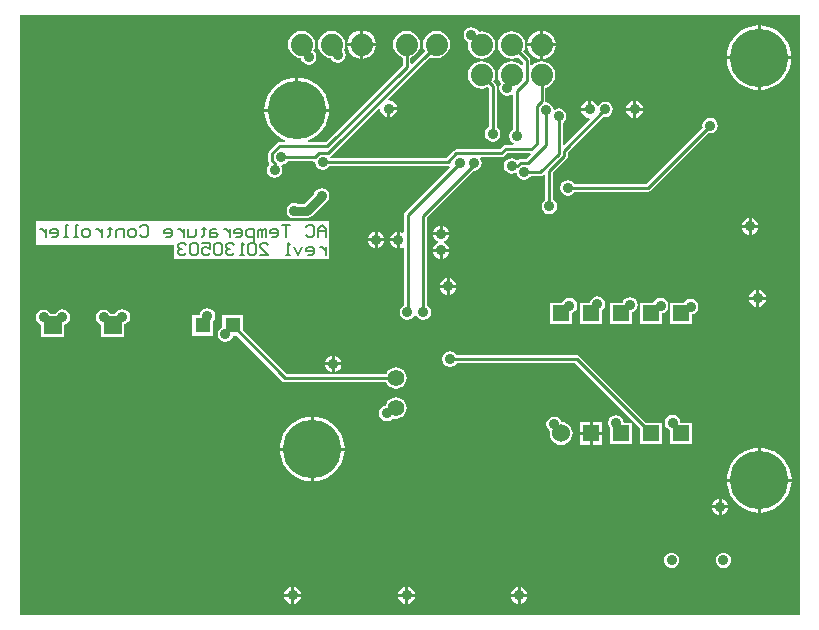
<source format=gbl>
%FSLAX25Y25*%
%MOIN*%
G70*
G01*
G75*
G04 Layer_Physical_Order=2*
G04 Layer_Color=16711680*
%ADD10R,0.04724X0.13780*%
G04:AMPARAMS|DCode=11|XSize=17.72mil|YSize=39.37mil|CornerRadius=4.43mil|HoleSize=0mil|Usage=FLASHONLY|Rotation=180.000|XOffset=0mil|YOffset=0mil|HoleType=Round|Shape=RoundedRectangle|*
%AMROUNDEDRECTD11*
21,1,0.01772,0.03051,0,0,180.0*
21,1,0.00886,0.03937,0,0,180.0*
1,1,0.00886,-0.00443,0.01526*
1,1,0.00886,0.00443,0.01526*
1,1,0.00886,0.00443,-0.01526*
1,1,0.00886,-0.00443,-0.01526*
%
%ADD11ROUNDEDRECTD11*%
%ADD12R,0.01772X0.03937*%
%ADD13R,0.03937X0.01772*%
%ADD14R,0.01969X0.09055*%
%ADD15R,0.05118X0.06102*%
%ADD16R,0.02756X0.02362*%
%ADD17R,0.02165X0.05906*%
%ADD18R,0.02362X0.02756*%
%ADD19R,0.03937X0.04331*%
%ADD20R,0.02362X0.01969*%
%ADD21R,0.02756X0.03543*%
%ADD22R,0.04331X0.03937*%
%ADD23R,0.03543X0.02756*%
%ADD24R,0.01969X0.02362*%
%ADD25R,0.25000X0.50000*%
%ADD26C,0.01000*%
%ADD27C,0.10000*%
%ADD28R,0.07874X0.09843*%
%ADD29C,0.07400*%
%ADD30C,0.05512*%
%ADD31R,0.05500X0.05500*%
%ADD32C,0.06000*%
%ADD33R,0.05118X0.05118*%
%ADD34R,0.05906X0.05906*%
%ADD35C,0.03500*%
%ADD36C,0.19500*%
%ADD37C,0.03543*%
%ADD38C,0.03000*%
%ADD39C,0.00500*%
G36*
X260000Y0D02*
X0D01*
Y200000D01*
X260000D01*
Y0D01*
D02*
G37*
%LPC*%
G36*
X194250Y64250D02*
X191000D01*
Y61000D01*
X194250D01*
Y64250D01*
D02*
G37*
G36*
X190000D02*
X186750D01*
Y61000D01*
X190000D01*
Y64250D01*
D02*
G37*
G36*
X217700Y66700D02*
X216705Y66502D01*
X215862Y65939D01*
X215298Y65095D01*
X215100Y64100D01*
X215298Y63105D01*
X215862Y62261D01*
X216705Y61698D01*
X216950Y61649D01*
Y56950D01*
X224050D01*
Y64050D01*
X220341D01*
X220300Y64100D01*
X220102Y65095D01*
X219538Y65939D01*
X218695Y66502D01*
X217700Y66700D01*
D02*
G37*
G36*
X104100Y83200D02*
X101892D01*
X101921Y82982D01*
X102198Y82313D01*
X102639Y81739D01*
X103213Y81298D01*
X103882Y81021D01*
X104100Y80992D01*
Y83200D01*
D02*
G37*
G36*
X74359Y99859D02*
X67641D01*
Y96009D01*
X67605Y96002D01*
X66761Y95438D01*
X66198Y94595D01*
X66000Y93600D01*
X66198Y92605D01*
X66761Y91761D01*
X67605Y91198D01*
X68600Y91000D01*
X69595Y91198D01*
X70438Y91761D01*
X71002Y92605D01*
X71109Y93141D01*
X72485D01*
X87563Y78063D01*
X87993Y77775D01*
X88500Y77675D01*
X122200D01*
X122394Y77207D01*
X122964Y76464D01*
X123707Y75894D01*
X124572Y75536D01*
X125500Y75413D01*
X126428Y75536D01*
X127293Y75894D01*
X128036Y76464D01*
X128606Y77207D01*
X128964Y78072D01*
X129087Y79000D01*
X128964Y79928D01*
X128606Y80793D01*
X128036Y81536D01*
X127293Y82106D01*
X126428Y82464D01*
X125500Y82587D01*
X124572Y82464D01*
X123707Y82106D01*
X122964Y81536D01*
X122394Y80793D01*
X122200Y80326D01*
X89049D01*
X74359Y95015D01*
Y99859D01*
D02*
G37*
G36*
X125500Y72587D02*
X124572Y72464D01*
X123707Y72106D01*
X122964Y71536D01*
X122394Y70793D01*
X122036Y69928D01*
X122010Y69730D01*
X121399Y69609D01*
X120555Y69045D01*
X119992Y68202D01*
X119794Y67207D01*
X119992Y66212D01*
X120555Y65368D01*
X121399Y64805D01*
X122394Y64607D01*
X123389Y64805D01*
X124232Y65368D01*
X124393Y65609D01*
X124572Y65536D01*
X125500Y65413D01*
X126428Y65536D01*
X127293Y65894D01*
X128036Y66464D01*
X128606Y67207D01*
X128964Y68072D01*
X129087Y69000D01*
X128964Y69928D01*
X128606Y70793D01*
X128036Y71536D01*
X127293Y72106D01*
X126428Y72464D01*
X125500Y72587D01*
D02*
G37*
G36*
X190000Y60000D02*
X186750D01*
Y56750D01*
X190000D01*
Y60000D01*
D02*
G37*
G36*
X178192Y66119D02*
X177198Y65921D01*
X176354Y65358D01*
X175790Y64514D01*
X175593Y63519D01*
X175790Y62524D01*
X176354Y61681D01*
X176785Y61393D01*
X176667Y60500D01*
X176798Y59508D01*
X177181Y58584D01*
X177790Y57790D01*
X178584Y57181D01*
X179508Y56798D01*
X180500Y56667D01*
X181492Y56798D01*
X182416Y57181D01*
X183210Y57790D01*
X183819Y58584D01*
X184202Y59508D01*
X184333Y60500D01*
X184202Y61492D01*
X183819Y62416D01*
X183210Y63210D01*
X182416Y63819D01*
X181492Y64202D01*
X180634Y64315D01*
X180595Y64514D01*
X180031Y65358D01*
X179187Y65921D01*
X178192Y66119D01*
D02*
G37*
G36*
X98100Y66044D02*
Y55800D01*
X108344D01*
X108250Y56987D01*
X107855Y58632D01*
X107208Y60195D01*
X106324Y61638D01*
X105225Y62925D01*
X103938Y64024D01*
X102496Y64908D01*
X100932Y65556D01*
X99287Y65951D01*
X98100Y66044D01*
D02*
G37*
G36*
X143500Y87900D02*
X142505Y87702D01*
X141662Y87138D01*
X141098Y86295D01*
X140900Y85300D01*
X141098Y84305D01*
X141662Y83461D01*
X142505Y82898D01*
X143500Y82700D01*
X144495Y82898D01*
X145338Y83461D01*
X145681Y83974D01*
X185151D01*
X206950Y62176D01*
Y56950D01*
X214050D01*
Y64050D01*
X208824D01*
X186637Y86237D01*
X186207Y86525D01*
X185700Y86625D01*
X145681D01*
X145338Y87138D01*
X144495Y87702D01*
X143500Y87900D01*
D02*
G37*
G36*
X198825Y66650D02*
X197829Y66452D01*
X196986Y65889D01*
X196423Y65045D01*
X196224Y64050D01*
X196423Y63055D01*
X196950Y62265D01*
Y56950D01*
X204050D01*
Y64050D01*
X201425D01*
X201226Y65045D01*
X200663Y65889D01*
X199820Y66452D01*
X198825Y66650D01*
D02*
G37*
G36*
X194250Y60000D02*
X191000D01*
Y56750D01*
X194250D01*
Y60000D01*
D02*
G37*
G36*
X223700Y105400D02*
X222705Y105202D01*
X221862Y104638D01*
X221468Y104050D01*
X216950D01*
Y96950D01*
X224050D01*
Y100270D01*
X224695Y100398D01*
X225538Y100961D01*
X226102Y101805D01*
X226300Y102800D01*
X226102Y103795D01*
X225538Y104638D01*
X224695Y105202D01*
X223700Y105400D01*
D02*
G37*
G36*
X213700Y105700D02*
X212705Y105502D01*
X211861Y104938D01*
X211298Y104095D01*
X211289Y104050D01*
X206950D01*
Y96950D01*
X214050D01*
Y100570D01*
X214695Y100698D01*
X215539Y101261D01*
X216102Y102105D01*
X216300Y103100D01*
X216102Y104095D01*
X215539Y104938D01*
X214695Y105502D01*
X213700Y105700D01*
D02*
G37*
G36*
X203500Y106000D02*
X202505Y105802D01*
X201662Y105238D01*
X201098Y104395D01*
X201029Y104050D01*
X196950D01*
Y96950D01*
X204050D01*
Y100909D01*
X204495Y100998D01*
X205339Y101561D01*
X205902Y102405D01*
X206100Y103400D01*
X205902Y104395D01*
X205339Y105238D01*
X204495Y105802D01*
X203500Y106000D01*
D02*
G37*
G36*
X245500Y105000D02*
X243292D01*
X243321Y104782D01*
X243598Y104113D01*
X244039Y103539D01*
X244613Y103098D01*
X245282Y102821D01*
X245500Y102792D01*
Y105000D01*
D02*
G37*
G36*
X34300Y102000D02*
X33305Y101802D01*
X32462Y101239D01*
X31898Y100395D01*
X31870Y100253D01*
X30363D01*
X29838Y101039D01*
X28995Y101602D01*
X28000Y101800D01*
X27005Y101602D01*
X26162Y101039D01*
X25598Y100195D01*
X25400Y99200D01*
X25598Y98205D01*
X26162Y97361D01*
X27005Y96798D01*
X27247Y96750D01*
Y92747D01*
X34753D01*
Y96890D01*
X35295Y96998D01*
X36138Y97562D01*
X36702Y98405D01*
X36900Y99400D01*
X36702Y100395D01*
X36138Y101239D01*
X35295Y101802D01*
X34300Y102000D01*
D02*
G37*
G36*
X14300Y101900D02*
X13305Y101702D01*
X12461Y101138D01*
X11898Y100295D01*
X11890Y100253D01*
X10363D01*
X9838Y101039D01*
X8995Y101602D01*
X8000Y101800D01*
X7005Y101602D01*
X6162Y101039D01*
X5598Y100195D01*
X5400Y99200D01*
X5598Y98205D01*
X6162Y97361D01*
X7005Y96798D01*
X7247Y96750D01*
Y92747D01*
X14753D01*
Y96790D01*
X15295Y96898D01*
X16138Y97461D01*
X16702Y98305D01*
X16900Y99300D01*
X16702Y100295D01*
X16138Y101138D01*
X15295Y101702D01*
X14300Y101900D01*
D02*
G37*
G36*
X105100Y86408D02*
Y84200D01*
X107308D01*
X107279Y84418D01*
X107002Y85087D01*
X106561Y85661D01*
X105987Y86102D01*
X105318Y86379D01*
X105100Y86408D01*
D02*
G37*
G36*
X104100D02*
X103882Y86379D01*
X103213Y86102D01*
X102639Y85661D01*
X102198Y85087D01*
X101921Y84418D01*
X101892Y84200D01*
X104100D01*
Y86408D01*
D02*
G37*
G36*
X107308Y83200D02*
X105100D01*
Y80992D01*
X105318Y81021D01*
X105987Y81298D01*
X106561Y81739D01*
X107002Y82313D01*
X107279Y82982D01*
X107308Y83200D01*
D02*
G37*
G36*
X192600Y106200D02*
X191605Y106002D01*
X190762Y105438D01*
X190198Y104595D01*
X190090Y104050D01*
X186950D01*
Y96950D01*
X194050D01*
Y101502D01*
X194438Y101761D01*
X195002Y102605D01*
X195200Y103600D01*
X195002Y104595D01*
X194438Y105438D01*
X193595Y106002D01*
X192600Y106200D01*
D02*
G37*
G36*
X183300Y105700D02*
X182305Y105502D01*
X181462Y104938D01*
X180898Y104095D01*
X180889Y104050D01*
X176950D01*
Y96950D01*
X184050D01*
Y100649D01*
X184295Y100698D01*
X185138Y101261D01*
X185702Y102105D01*
X185900Y103100D01*
X185702Y104095D01*
X185138Y104938D01*
X184295Y105502D01*
X183300Y105700D01*
D02*
G37*
G36*
X62600Y102300D02*
X61605Y102102D01*
X60761Y101539D01*
X60198Y100695D01*
X60032Y99859D01*
X57641D01*
Y93141D01*
X64359D01*
Y97808D01*
X64438Y97861D01*
X65002Y98705D01*
X65200Y99700D01*
X65002Y100695D01*
X64438Y101539D01*
X63595Y102102D01*
X62600Y102300D01*
D02*
G37*
G36*
X97100Y66044D02*
X95913Y65951D01*
X94268Y65556D01*
X92704Y64908D01*
X91262Y64024D01*
X89975Y62925D01*
X88876Y61638D01*
X87992Y60195D01*
X87344Y58632D01*
X86949Y56987D01*
X86856Y55800D01*
X97100D01*
Y66044D01*
D02*
G37*
G36*
X128500Y9208D02*
X128282Y9179D01*
X127613Y8902D01*
X127039Y8461D01*
X126598Y7887D01*
X126321Y7218D01*
X126292Y7000D01*
X128500D01*
Y9208D01*
D02*
G37*
G36*
X91500D02*
Y7000D01*
X93708D01*
X93679Y7218D01*
X93402Y7887D01*
X92961Y8461D01*
X92387Y8902D01*
X91718Y9179D01*
X91500Y9208D01*
D02*
G37*
G36*
X90500D02*
X90282Y9179D01*
X89613Y8902D01*
X89039Y8461D01*
X88598Y7887D01*
X88321Y7218D01*
X88292Y7000D01*
X90500D01*
Y9208D01*
D02*
G37*
G36*
X167000D02*
Y7000D01*
X169208D01*
X169179Y7218D01*
X168902Y7887D01*
X168461Y8461D01*
X167887Y8902D01*
X167218Y9179D01*
X167000Y9208D01*
D02*
G37*
G36*
X166000D02*
X165782Y9179D01*
X165113Y8902D01*
X164539Y8461D01*
X164098Y7887D01*
X163821Y7218D01*
X163792Y7000D01*
X166000D01*
Y9208D01*
D02*
G37*
G36*
X129500D02*
Y7000D01*
X131708D01*
X131679Y7218D01*
X131402Y7887D01*
X130961Y8461D01*
X130387Y8902D01*
X129718Y9179D01*
X129500Y9208D01*
D02*
G37*
G36*
X128500Y6000D02*
X126292D01*
X126321Y5782D01*
X126598Y5113D01*
X127039Y4539D01*
X127613Y4098D01*
X128282Y3821D01*
X128500Y3792D01*
Y6000D01*
D02*
G37*
G36*
X93708D02*
X91500D01*
Y3792D01*
X91718Y3821D01*
X92387Y4098D01*
X92961Y4539D01*
X93402Y5113D01*
X93679Y5782D01*
X93708Y6000D01*
D02*
G37*
G36*
X90500D02*
X88292D01*
X88321Y5782D01*
X88598Y5113D01*
X89039Y4539D01*
X89613Y4098D01*
X90282Y3821D01*
X90500Y3792D01*
Y6000D01*
D02*
G37*
G36*
X169208D02*
X167000D01*
Y3792D01*
X167218Y3821D01*
X167887Y4098D01*
X168461Y4539D01*
X168902Y5113D01*
X169179Y5782D01*
X169208Y6000D01*
D02*
G37*
G36*
X166000D02*
X163792D01*
X163821Y5782D01*
X164098Y5113D01*
X164539Y4539D01*
X165113Y4098D01*
X165782Y3821D01*
X166000Y3792D01*
Y6000D01*
D02*
G37*
G36*
X131708D02*
X129500D01*
Y3792D01*
X129718Y3821D01*
X130387Y4098D01*
X130961Y4539D01*
X131402Y5113D01*
X131679Y5782D01*
X131708Y6000D01*
D02*
G37*
G36*
X97100Y54800D02*
X86856D01*
X86949Y53613D01*
X87344Y51968D01*
X87992Y50405D01*
X88876Y48962D01*
X89975Y47675D01*
X91262Y46576D01*
X92704Y45692D01*
X94268Y45044D01*
X95913Y44649D01*
X97100Y44556D01*
Y54800D01*
D02*
G37*
G36*
X234000Y38708D02*
Y36500D01*
X236208D01*
X236179Y36718D01*
X235902Y37387D01*
X235461Y37961D01*
X234887Y38402D01*
X234218Y38679D01*
X234000Y38708D01*
D02*
G37*
G36*
X233000D02*
X232782Y38679D01*
X232113Y38402D01*
X231539Y37961D01*
X231098Y37387D01*
X230821Y36718D01*
X230792Y36500D01*
X233000D01*
Y38708D01*
D02*
G37*
G36*
X247100Y55644D02*
Y45400D01*
X257344D01*
X257250Y46587D01*
X256856Y48232D01*
X256208Y49795D01*
X255324Y51238D01*
X254225Y52525D01*
X252938Y53624D01*
X251496Y54508D01*
X249932Y55155D01*
X248287Y55550D01*
X247100Y55644D01*
D02*
G37*
G36*
X246100D02*
X244913Y55550D01*
X243268Y55155D01*
X241705Y54508D01*
X240262Y53624D01*
X238975Y52525D01*
X237876Y51238D01*
X236992Y49795D01*
X236345Y48232D01*
X235949Y46587D01*
X235856Y45400D01*
X246100D01*
Y55644D01*
D02*
G37*
G36*
X108344Y54800D02*
X98100D01*
Y44556D01*
X99287Y44649D01*
X100932Y45044D01*
X102496Y45692D01*
X103938Y46576D01*
X105225Y47675D01*
X106324Y48962D01*
X107208Y50405D01*
X107855Y51968D01*
X108250Y53613D01*
X108344Y54800D01*
D02*
G37*
G36*
X233000Y35500D02*
X230792D01*
X230821Y35282D01*
X231098Y34613D01*
X231539Y34039D01*
X232113Y33598D01*
X232782Y33321D01*
X233000Y33292D01*
Y35500D01*
D02*
G37*
G36*
X234661Y20830D02*
X233990Y20742D01*
X233365Y20483D01*
X232827Y20070D01*
X232415Y19533D01*
X232156Y18908D01*
X232068Y18236D01*
X232156Y17565D01*
X232415Y16939D01*
X232827Y16402D01*
X233365Y15990D01*
X233990Y15731D01*
X234661Y15642D01*
X235333Y15731D01*
X235958Y15990D01*
X236495Y16402D01*
X236908Y16939D01*
X237167Y17565D01*
X237255Y18236D01*
X237167Y18908D01*
X236908Y19533D01*
X236495Y20070D01*
X235958Y20483D01*
X235333Y20742D01*
X234661Y20830D01*
D02*
G37*
G36*
X217339D02*
X216667Y20742D01*
X216042Y20483D01*
X215505Y20070D01*
X215092Y19533D01*
X214833Y18908D01*
X214745Y18236D01*
X214833Y17565D01*
X215092Y16939D01*
X215505Y16402D01*
X216042Y15990D01*
X216667Y15731D01*
X217339Y15642D01*
X218010Y15731D01*
X218636Y15990D01*
X219173Y16402D01*
X219585Y16939D01*
X219844Y17565D01*
X219932Y18236D01*
X219844Y18908D01*
X219585Y19533D01*
X219173Y20070D01*
X218636Y20483D01*
X218010Y20742D01*
X217339Y20830D01*
D02*
G37*
G36*
X257344Y44400D02*
X247100D01*
Y34156D01*
X248287Y34249D01*
X249932Y34644D01*
X251496Y35292D01*
X252938Y36176D01*
X254225Y37275D01*
X255324Y38562D01*
X256208Y40005D01*
X256856Y41568D01*
X257250Y43213D01*
X257344Y44400D01*
D02*
G37*
G36*
X246100D02*
X235856D01*
X235949Y43213D01*
X236345Y41568D01*
X236992Y40005D01*
X237876Y38562D01*
X238975Y37275D01*
X240262Y36176D01*
X241705Y35292D01*
X243268Y34644D01*
X244913Y34249D01*
X246100Y34156D01*
Y44400D01*
D02*
G37*
G36*
X236208Y35500D02*
X234000D01*
Y33292D01*
X234218Y33321D01*
X234887Y33598D01*
X235461Y34039D01*
X235902Y34613D01*
X236179Y35282D01*
X236208Y35500D01*
D02*
G37*
G36*
X205500Y171208D02*
Y169000D01*
X207708D01*
X207679Y169218D01*
X207402Y169887D01*
X206961Y170461D01*
X206387Y170902D01*
X205718Y171179D01*
X205500Y171208D01*
D02*
G37*
G36*
X204500D02*
X204282Y171179D01*
X203613Y170902D01*
X203039Y170461D01*
X202598Y169887D01*
X202321Y169218D01*
X202292Y169000D01*
X204500D01*
Y171208D01*
D02*
G37*
G36*
X189500D02*
X189282Y171179D01*
X188613Y170902D01*
X188039Y170461D01*
X187598Y169887D01*
X187321Y169218D01*
X187292Y169000D01*
X189500D01*
Y171208D01*
D02*
G37*
G36*
X94000Y194689D02*
X92825Y194534D01*
X91731Y194081D01*
X90791Y193359D01*
X90069Y192419D01*
X89616Y191325D01*
X89461Y190150D01*
X89616Y188975D01*
X90069Y187881D01*
X90791Y186941D01*
X91731Y186219D01*
X92825Y185766D01*
X93853Y185631D01*
X93968Y185050D01*
X94532Y184206D01*
X95375Y183642D01*
X96370Y183445D01*
X97365Y183642D01*
X98209Y184206D01*
X98772Y185050D01*
X98970Y186045D01*
X98772Y187039D01*
X98209Y187883D01*
X97992Y188028D01*
X98384Y188975D01*
X98539Y190150D01*
X98384Y191325D01*
X97931Y192419D01*
X97209Y193359D01*
X96269Y194081D01*
X95175Y194534D01*
X94000Y194689D01*
D02*
G37*
G36*
X257288Y185300D02*
X247044D01*
Y175056D01*
X248231Y175150D01*
X249876Y175545D01*
X251439Y176192D01*
X252882Y177076D01*
X254169Y178175D01*
X255268Y179462D01*
X256152Y180904D01*
X256799Y182468D01*
X257194Y184113D01*
X257288Y185300D01*
D02*
G37*
G36*
X246044D02*
X235800D01*
X235893Y184113D01*
X236288Y182468D01*
X236936Y180904D01*
X237820Y179462D01*
X238919Y178175D01*
X240206Y177076D01*
X241648Y176192D01*
X243212Y175545D01*
X244857Y175150D01*
X246044Y175056D01*
Y185300D01*
D02*
G37*
G36*
X207708Y168000D02*
X205500D01*
Y165792D01*
X205718Y165821D01*
X206387Y166098D01*
X206961Y166539D01*
X207402Y167113D01*
X207679Y167782D01*
X207708Y168000D01*
D02*
G37*
G36*
X204500D02*
X202292D01*
X202321Y167782D01*
X202598Y167113D01*
X203039Y166539D01*
X203613Y166098D01*
X204282Y165821D01*
X204500Y165792D01*
Y168000D01*
D02*
G37*
G36*
X230200Y165700D02*
X229205Y165502D01*
X228362Y164938D01*
X227798Y164095D01*
X227600Y163100D01*
X227720Y162495D01*
X208951Y143726D01*
X184981D01*
X184638Y144238D01*
X183795Y144802D01*
X182800Y145000D01*
X181805Y144802D01*
X180962Y144238D01*
X180398Y143395D01*
X180200Y142400D01*
X180398Y141405D01*
X180962Y140562D01*
X181805Y139998D01*
X182800Y139800D01*
X183795Y139998D01*
X184638Y140562D01*
X184981Y141075D01*
X209500D01*
X210007Y141175D01*
X210437Y141463D01*
X210437Y141463D01*
X210437Y141463D01*
X229595Y160620D01*
X230200Y160500D01*
X231195Y160698D01*
X232038Y161262D01*
X232602Y162105D01*
X232800Y163100D01*
X232602Y164095D01*
X232038Y164938D01*
X231195Y165502D01*
X230200Y165700D01*
D02*
G37*
G36*
X92900Y179044D02*
Y168800D01*
X103144D01*
X103050Y169987D01*
X102655Y171632D01*
X102008Y173196D01*
X101124Y174638D01*
X100025Y175925D01*
X98738Y177024D01*
X97295Y177908D01*
X95732Y178556D01*
X94087Y178951D01*
X92900Y179044D01*
D02*
G37*
G36*
X91900D02*
X90713Y178951D01*
X89068Y178556D01*
X87505Y177908D01*
X86062Y177024D01*
X84775Y175925D01*
X83676Y174638D01*
X82792Y173196D01*
X82144Y171632D01*
X81749Y169987D01*
X81656Y168800D01*
X91900D01*
Y179044D01*
D02*
G37*
G36*
X125708Y168300D02*
X123500D01*
Y166092D01*
X123718Y166121D01*
X124387Y166398D01*
X124961Y166839D01*
X125402Y167413D01*
X125679Y168082D01*
X125708Y168300D01*
D02*
G37*
G36*
X139000Y194689D02*
X137825Y194534D01*
X136731Y194081D01*
X135791Y193359D01*
X135069Y192419D01*
X134616Y191325D01*
X134461Y190150D01*
X134616Y188975D01*
X135007Y188031D01*
X130787Y183812D01*
X130325Y184003D01*
Y185828D01*
X131269Y186219D01*
X132209Y186941D01*
X132931Y187881D01*
X133384Y188975D01*
X133539Y190150D01*
X133384Y191325D01*
X132931Y192419D01*
X132209Y193359D01*
X131269Y194081D01*
X130175Y194534D01*
X129000Y194689D01*
X127825Y194534D01*
X126731Y194081D01*
X125791Y193359D01*
X125069Y192419D01*
X124616Y191325D01*
X124461Y190150D01*
X124616Y188975D01*
X125069Y187881D01*
X125791Y186941D01*
X126731Y186219D01*
X127674Y185828D01*
Y183349D01*
X102051Y157726D01*
X96243D01*
X96146Y158216D01*
X97295Y158692D01*
X98738Y159576D01*
X100025Y160675D01*
X101124Y161962D01*
X102008Y163405D01*
X102655Y164968D01*
X103050Y166613D01*
X103144Y167800D01*
X81656D01*
X81749Y166613D01*
X82144Y164968D01*
X82792Y163405D01*
X83676Y161962D01*
X84775Y160675D01*
X86062Y159576D01*
X87505Y158692D01*
X88654Y158216D01*
X88557Y157726D01*
X86787D01*
X86279Y157625D01*
X85849Y157337D01*
X83313Y154801D01*
X83025Y154371D01*
X82924Y153863D01*
Y151337D01*
X83025Y150829D01*
X83313Y150399D01*
X83313Y150399D01*
X83161Y150138D01*
X83161Y150138D01*
X83161D01*
X82598Y149295D01*
X82400Y148300D01*
X82598Y147305D01*
X83161Y146462D01*
X84005Y145898D01*
X85000Y145700D01*
X85995Y145898D01*
X86839Y146462D01*
X87402Y147305D01*
X87600Y148300D01*
X87402Y149295D01*
X87224Y149561D01*
X87416Y150023D01*
X88295Y150198D01*
X89139Y150762D01*
X89481Y151275D01*
X97120D01*
X98500Y151000D01*
X98698Y150005D01*
X99261Y149162D01*
X100105Y148598D01*
X101100Y148400D01*
X102095Y148598D01*
X102938Y149162D01*
X103281Y149674D01*
X142787D01*
X143294Y149775D01*
X143304Y149782D01*
X143621Y149396D01*
X128413Y134187D01*
X128125Y133757D01*
X128024Y133250D01*
Y127712D01*
X127609Y127435D01*
X127018Y127679D01*
X126800Y127708D01*
Y125000D01*
Y122292D01*
X127018Y122321D01*
X127609Y122565D01*
X128024Y122288D01*
Y103115D01*
X127462Y102738D01*
X126898Y101895D01*
X126700Y100900D01*
X126898Y99905D01*
X127462Y99062D01*
X128305Y98498D01*
X129300Y98300D01*
X130295Y98498D01*
X131138Y99062D01*
X131700Y99902D01*
X132200D01*
X132762Y99062D01*
X133605Y98498D01*
X134600Y98300D01*
X135595Y98498D01*
X136438Y99062D01*
X137002Y99905D01*
X137200Y100900D01*
X137002Y101895D01*
X136438Y102738D01*
X135925Y103081D01*
Y132551D01*
X151493Y148119D01*
X152395Y148298D01*
X153238Y148862D01*
X153802Y149705D01*
X154000Y150700D01*
X153802Y151695D01*
X153542Y152084D01*
X153778Y152524D01*
X160650D01*
X161157Y152625D01*
X161587Y152913D01*
X161587Y152913D01*
X161587Y152913D01*
X162749Y154075D01*
X170247D01*
X170438Y153613D01*
X168901Y152076D01*
X167037D01*
X166529Y151975D01*
X166099Y151687D01*
X165941Y151528D01*
X165838Y151539D01*
X164995Y152102D01*
X164000Y152300D01*
X163005Y152102D01*
X162162Y151538D01*
X161598Y150695D01*
X161400Y149700D01*
X161598Y148705D01*
X162162Y147862D01*
X163005Y147298D01*
X164000Y147100D01*
X164995Y147298D01*
X165314Y147511D01*
X165776Y147320D01*
X165898Y146705D01*
X166462Y145862D01*
X167305Y145298D01*
X168300Y145100D01*
X169295Y145298D01*
X170138Y145862D01*
X170481Y146374D01*
X173600D01*
X174107Y146475D01*
X174537Y146763D01*
X174537Y146763D01*
X174537Y146763D01*
X174813Y147038D01*
X175275Y146847D01*
Y138381D01*
X174762Y138038D01*
X174198Y137195D01*
X174000Y136200D01*
X174198Y135205D01*
X174762Y134362D01*
X175605Y133798D01*
X176600Y133600D01*
X177595Y133798D01*
X178438Y134362D01*
X179002Y135205D01*
X179200Y136200D01*
X179002Y137195D01*
X178438Y138038D01*
X177926Y138381D01*
Y147605D01*
X182437Y152117D01*
X182725Y152547D01*
X182826Y153054D01*
Y154251D01*
X194595Y166020D01*
X195200Y165900D01*
X196195Y166098D01*
X197038Y166662D01*
X197602Y167505D01*
X197800Y168500D01*
X197602Y169495D01*
X197038Y170338D01*
X196195Y170902D01*
X195200Y171100D01*
X194205Y170902D01*
X193362Y170338D01*
X192948Y169720D01*
X192451Y169769D01*
X192402Y169887D01*
X191961Y170461D01*
X191387Y170902D01*
X190718Y171179D01*
X190500Y171208D01*
Y168500D01*
X190000D01*
Y168000D01*
X187292D01*
X187321Y167782D01*
X187598Y167113D01*
X188039Y166539D01*
X188613Y166098D01*
X189282Y165821D01*
X189927Y165736D01*
X190088Y165262D01*
X181487Y156662D01*
X181026Y156853D01*
Y164119D01*
X181538Y164462D01*
X182102Y165305D01*
X182300Y166300D01*
X182102Y167295D01*
X181538Y168138D01*
X180695Y168702D01*
X179700Y168900D01*
X178705Y168702D01*
X178386Y168489D01*
X177924Y168680D01*
X177802Y169295D01*
X177238Y170138D01*
X176395Y170702D01*
X175400Y170900D01*
X175326Y171213D01*
Y175678D01*
X176269Y176069D01*
X177209Y176791D01*
X177931Y177731D01*
X178384Y178825D01*
X178539Y180000D01*
X178384Y181175D01*
X177931Y182269D01*
X177209Y183209D01*
X176269Y183931D01*
X175175Y184384D01*
X174000Y184539D01*
X172825Y184384D01*
X171731Y183931D01*
X170791Y183209D01*
X170326Y183367D01*
Y185000D01*
X170225Y185507D01*
X169937Y185937D01*
X167993Y187881D01*
X168384Y188825D01*
X168539Y190000D01*
X168384Y191175D01*
X167931Y192269D01*
X167209Y193209D01*
X166269Y193931D01*
X165175Y194384D01*
X164000Y194539D01*
X162825Y194384D01*
X161731Y193931D01*
X160791Y193209D01*
X160069Y192269D01*
X159616Y191175D01*
X159461Y190000D01*
X159616Y188825D01*
X160069Y187731D01*
X160791Y186791D01*
X161731Y186069D01*
X162825Y185616D01*
X164000Y185461D01*
X165175Y185616D01*
X166119Y186007D01*
X167675Y184451D01*
Y183367D01*
X167209Y183209D01*
X166269Y183931D01*
X165175Y184384D01*
X164000Y184539D01*
X162825Y184384D01*
X161731Y183931D01*
X160791Y183209D01*
X160069Y182269D01*
X159616Y181175D01*
X159461Y180000D01*
X159616Y178825D01*
X160069Y177731D01*
X160524Y177137D01*
X160173Y176611D01*
X159975Y175616D01*
X160173Y174621D01*
X160736Y173777D01*
X161580Y173214D01*
X162575Y173016D01*
X163570Y173214D01*
X164034Y173524D01*
X164474Y173288D01*
Y161781D01*
X163962Y161438D01*
X163398Y160595D01*
X163200Y159600D01*
X163398Y158605D01*
X163962Y157762D01*
X164796Y157204D01*
X164651Y156726D01*
X162200D01*
X161693Y156625D01*
X161263Y156337D01*
X160101Y155175D01*
X145637D01*
X145129Y155075D01*
X144699Y154787D01*
X142238Y152325D01*
X103444D01*
X103397Y152802D01*
X103407Y152825D01*
X103837Y153113D01*
X119783Y169058D01*
X120231Y168837D01*
X120226Y168800D01*
X120321Y168082D01*
X120598Y167413D01*
X121039Y166839D01*
X121613Y166398D01*
X122282Y166121D01*
X122500Y166092D01*
Y168800D01*
X123000D01*
Y169300D01*
X125708D01*
X125679Y169518D01*
X125402Y170187D01*
X124961Y170761D01*
X124387Y171202D01*
X123718Y171479D01*
X123000Y171574D01*
X122963Y171569D01*
X122742Y172017D01*
X136881Y186157D01*
X137825Y185766D01*
X139000Y185611D01*
X140175Y185766D01*
X141269Y186219D01*
X142209Y186941D01*
X142931Y187881D01*
X143384Y188975D01*
X143539Y190150D01*
X143384Y191325D01*
X142931Y192419D01*
X142209Y193359D01*
X141269Y194081D01*
X140175Y194534D01*
X139000Y194689D01*
D02*
G37*
G36*
X173500Y194675D02*
X172773Y194579D01*
X171630Y194105D01*
X170648Y193352D01*
X169895Y192370D01*
X169421Y191227D01*
X169325Y190500D01*
X173500D01*
Y194675D01*
D02*
G37*
G36*
X247044Y196544D02*
Y186300D01*
X257288D01*
X257194Y187487D01*
X256799Y189132D01*
X256152Y190696D01*
X255268Y192138D01*
X254169Y193425D01*
X252882Y194524D01*
X251439Y195408D01*
X249876Y196055D01*
X248231Y196450D01*
X247044Y196544D01*
D02*
G37*
G36*
X246044D02*
X244857Y196450D01*
X243212Y196055D01*
X241648Y195408D01*
X240206Y194524D01*
X238919Y193425D01*
X237820Y192138D01*
X236936Y190696D01*
X236288Y189132D01*
X235893Y187487D01*
X235800Y186300D01*
X246044D01*
Y196544D01*
D02*
G37*
G36*
X114500Y194825D02*
Y190650D01*
X118675D01*
X118579Y191377D01*
X118105Y192520D01*
X117352Y193502D01*
X116370Y194255D01*
X115227Y194729D01*
X114500Y194825D01*
D02*
G37*
G36*
X113500D02*
X112773Y194729D01*
X111630Y194255D01*
X110648Y193502D01*
X109895Y192520D01*
X109421Y191377D01*
X109325Y190650D01*
X113500D01*
Y194825D01*
D02*
G37*
G36*
X174500Y194675D02*
Y190500D01*
X178675D01*
X178579Y191227D01*
X178105Y192370D01*
X177352Y193352D01*
X176370Y194105D01*
X175227Y194579D01*
X174500Y194675D01*
D02*
G37*
G36*
X178675Y189500D02*
X174500D01*
Y185325D01*
X175227Y185421D01*
X176370Y185895D01*
X177352Y186648D01*
X178105Y187630D01*
X178579Y188773D01*
X178675Y189500D01*
D02*
G37*
G36*
X173500D02*
X169325D01*
X169421Y188773D01*
X169895Y187630D01*
X170648Y186648D01*
X171630Y185895D01*
X172773Y185421D01*
X173500Y185325D01*
Y189500D01*
D02*
G37*
G36*
X104000Y194689D02*
X102825Y194534D01*
X101731Y194081D01*
X100791Y193359D01*
X100069Y192419D01*
X99616Y191325D01*
X99461Y190150D01*
X99616Y188975D01*
X100069Y187881D01*
X100791Y186941D01*
X101731Y186219D01*
X102825Y185766D01*
X103689Y185652D01*
X103698Y185605D01*
X104262Y184762D01*
X105105Y184198D01*
X106100Y184000D01*
X107095Y184198D01*
X107938Y184762D01*
X108502Y185605D01*
X108700Y186600D01*
X108502Y187595D01*
X108076Y188232D01*
X108384Y188975D01*
X108539Y190150D01*
X108384Y191325D01*
X107931Y192419D01*
X107209Y193359D01*
X106269Y194081D01*
X105175Y194534D01*
X104000Y194689D01*
D02*
G37*
G36*
X118675Y189650D02*
X114500D01*
Y185475D01*
X115227Y185571D01*
X116370Y186045D01*
X117352Y186798D01*
X118105Y187780D01*
X118579Y188923D01*
X118675Y189650D01*
D02*
G37*
G36*
X113500D02*
X109325D01*
X109421Y188923D01*
X109895Y187780D01*
X110648Y186798D01*
X111630Y186045D01*
X112773Y185571D01*
X113500Y185475D01*
Y189650D01*
D02*
G37*
G36*
X150648Y195952D02*
X149653Y195754D01*
X148810Y195191D01*
X148246Y194347D01*
X148048Y193352D01*
X148246Y192357D01*
X148810Y191514D01*
X149592Y190991D01*
X149461Y190000D01*
X149616Y188825D01*
X150069Y187731D01*
X150791Y186791D01*
X151731Y186069D01*
X152825Y185616D01*
X154000Y185461D01*
X155175Y185616D01*
X156269Y186069D01*
X157209Y186791D01*
X157931Y187731D01*
X158384Y188825D01*
X158539Y190000D01*
X158384Y191175D01*
X157931Y192269D01*
X157209Y193209D01*
X156269Y193931D01*
X155175Y194384D01*
X154000Y194539D01*
X153009Y194408D01*
X152486Y195191D01*
X151643Y195754D01*
X150648Y195952D01*
D02*
G37*
G36*
X140000Y121000D02*
X137792D01*
X137821Y120782D01*
X138098Y120113D01*
X138539Y119539D01*
X139113Y119098D01*
X139782Y118821D01*
X140000Y118792D01*
Y121000D01*
D02*
G37*
G36*
X103300Y131299D02*
X5397D01*
Y123367D01*
X51383D01*
Y118700D01*
X103300D01*
Y123367D01*
Y131299D01*
D02*
G37*
G36*
X143400Y112208D02*
Y110000D01*
X145608D01*
X145579Y110218D01*
X145302Y110887D01*
X144861Y111461D01*
X144287Y111902D01*
X143618Y112179D01*
X143400Y112208D01*
D02*
G37*
G36*
X125800Y124500D02*
X123592D01*
X123621Y124282D01*
X123898Y123613D01*
X124339Y123039D01*
X124913Y122598D01*
X125582Y122321D01*
X125800Y122292D01*
Y124500D01*
D02*
G37*
G36*
X143208Y126500D02*
X137792D01*
X137821Y126282D01*
X138098Y125613D01*
X138539Y125039D01*
X139113Y124598D01*
X139349Y124500D01*
Y124000D01*
X139113Y123902D01*
X138539Y123461D01*
X138098Y122887D01*
X137821Y122218D01*
X137792Y122000D01*
X143208D01*
X143179Y122218D01*
X142902Y122887D01*
X142461Y123461D01*
X141887Y123902D01*
X141651Y124000D01*
Y124500D01*
X141887Y124598D01*
X142461Y125039D01*
X142902Y125613D01*
X143179Y126282D01*
X143208Y126500D01*
D02*
G37*
G36*
Y121000D02*
X141000D01*
Y118792D01*
X141218Y118821D01*
X141887Y119098D01*
X142461Y119539D01*
X142902Y120113D01*
X143179Y120782D01*
X143208Y121000D01*
D02*
G37*
G36*
X246500Y108208D02*
Y106000D01*
X248708D01*
X248679Y106218D01*
X248402Y106887D01*
X247961Y107461D01*
X247387Y107902D01*
X246718Y108179D01*
X246500Y108208D01*
D02*
G37*
G36*
X245500D02*
X245282Y108179D01*
X244613Y107902D01*
X244039Y107461D01*
X243598Y106887D01*
X243321Y106218D01*
X243292Y106000D01*
X245500D01*
Y108208D01*
D02*
G37*
G36*
X248708Y105000D02*
X246500D01*
Y102792D01*
X246718Y102821D01*
X247387Y103098D01*
X247961Y103539D01*
X248402Y104113D01*
X248679Y104782D01*
X248708Y105000D01*
D02*
G37*
G36*
X142400Y112208D02*
X142182Y112179D01*
X141513Y111902D01*
X140939Y111461D01*
X140498Y110887D01*
X140221Y110218D01*
X140192Y110000D01*
X142400D01*
Y112208D01*
D02*
G37*
G36*
X145608Y109000D02*
X143400D01*
Y106792D01*
X143618Y106821D01*
X144287Y107098D01*
X144861Y107539D01*
X145302Y108113D01*
X145579Y108782D01*
X145608Y109000D01*
D02*
G37*
G36*
X142400D02*
X140192D01*
X140221Y108782D01*
X140498Y108113D01*
X140939Y107539D01*
X141513Y107098D01*
X142182Y106821D01*
X142400Y106792D01*
Y109000D01*
D02*
G37*
G36*
X118400Y124600D02*
X116192D01*
X116221Y124382D01*
X116498Y123713D01*
X116939Y123139D01*
X117513Y122698D01*
X118182Y122421D01*
X118400Y122392D01*
Y124600D01*
D02*
G37*
G36*
X243000Y132208D02*
X242782Y132179D01*
X242113Y131902D01*
X241539Y131461D01*
X241098Y130887D01*
X240821Y130218D01*
X240792Y130000D01*
X243000D01*
Y132208D01*
D02*
G37*
G36*
X141000Y129708D02*
Y127500D01*
X143208D01*
X143179Y127718D01*
X142902Y128387D01*
X142461Y128961D01*
X141887Y129402D01*
X141218Y129679D01*
X141000Y129708D01*
D02*
G37*
G36*
X140000D02*
X139782Y129679D01*
X139113Y129402D01*
X138539Y128961D01*
X138098Y128387D01*
X137821Y127718D01*
X137792Y127500D01*
X140000D01*
Y129708D01*
D02*
G37*
G36*
X154000Y184539D02*
X152825Y184384D01*
X151731Y183931D01*
X150791Y183209D01*
X150069Y182269D01*
X149616Y181175D01*
X149461Y180000D01*
X149616Y178825D01*
X150069Y177731D01*
X150791Y176791D01*
X151731Y176069D01*
X152825Y175616D01*
X154000Y175461D01*
X155175Y175616D01*
X155959Y175941D01*
X156375Y175663D01*
Y162581D01*
X155862Y162238D01*
X155298Y161395D01*
X155100Y160400D01*
X155298Y159405D01*
X155862Y158562D01*
X156705Y157998D01*
X157700Y157800D01*
X158695Y157998D01*
X159538Y158562D01*
X160102Y159405D01*
X160300Y160400D01*
X160102Y161395D01*
X159538Y162238D01*
X159026Y162581D01*
Y176300D01*
X158925Y176807D01*
X158637Y177237D01*
X157993Y177881D01*
X158384Y178825D01*
X158539Y180000D01*
X158384Y181175D01*
X157931Y182269D01*
X157209Y183209D01*
X156269Y183931D01*
X155175Y184384D01*
X154000Y184539D01*
D02*
G37*
G36*
X100700Y142300D02*
X99705Y142102D01*
X98861Y141538D01*
X98298Y140695D01*
X98253Y140470D01*
X94929Y137145D01*
X92680D01*
X92595Y137202D01*
X91600Y137400D01*
X90605Y137202D01*
X89762Y136638D01*
X89198Y135795D01*
X89000Y134800D01*
X89198Y133805D01*
X89762Y132962D01*
X90605Y132398D01*
X91600Y132200D01*
X92595Y132398D01*
X92680Y132455D01*
X95900D01*
X96797Y132633D01*
X97558Y133142D01*
X101753Y137337D01*
X102538Y137862D01*
X103102Y138705D01*
X103300Y139700D01*
X103102Y140695D01*
X102538Y141538D01*
X101695Y142102D01*
X100700Y142300D01*
D02*
G37*
G36*
X244000Y132208D02*
Y130000D01*
X246208D01*
X246179Y130218D01*
X245902Y130887D01*
X245461Y131461D01*
X244887Y131902D01*
X244218Y132179D01*
X244000Y132208D01*
D02*
G37*
G36*
X118400Y127808D02*
X118182Y127779D01*
X117513Y127502D01*
X116939Y127061D01*
X116498Y126487D01*
X116221Y125818D01*
X116192Y125600D01*
X118400D01*
Y127808D01*
D02*
G37*
G36*
X125800Y127708D02*
X125582Y127679D01*
X124913Y127402D01*
X124339Y126961D01*
X123898Y126387D01*
X123621Y125718D01*
X123592Y125500D01*
X125800D01*
Y127708D01*
D02*
G37*
G36*
X121608Y124600D02*
X119400D01*
Y122392D01*
X119618Y122421D01*
X120287Y122698D01*
X120861Y123139D01*
X121302Y123713D01*
X121579Y124382D01*
X121608Y124600D01*
D02*
G37*
G36*
X246208Y129000D02*
X244000D01*
Y126792D01*
X244218Y126821D01*
X244887Y127098D01*
X245461Y127539D01*
X245902Y128113D01*
X246179Y128782D01*
X246208Y129000D01*
D02*
G37*
G36*
X243000D02*
X240792D01*
X240821Y128782D01*
X241098Y128113D01*
X241539Y127539D01*
X242113Y127098D01*
X242782Y126821D01*
X243000Y126792D01*
Y129000D01*
D02*
G37*
G36*
X119400Y127808D02*
Y125600D01*
X121608D01*
X121579Y125818D01*
X121302Y126487D01*
X120861Y127061D01*
X120287Y127502D01*
X119618Y127779D01*
X119400Y127808D01*
D02*
G37*
%LPD*%
D26*
X102600Y156400D02*
X129000Y182800D01*
X86787Y156400D02*
X102600D01*
X84250Y153863D02*
X86787Y156400D01*
X129000Y182800D02*
Y190150D01*
X99837Y154050D02*
X102900D01*
X98387Y152600D02*
X99837Y154050D01*
X87300Y152600D02*
X98387D01*
X102900Y154050D02*
X139000Y190150D01*
X84250Y151337D02*
X85000Y150587D01*
Y148300D02*
Y150587D01*
X84250Y151337D02*
Y153863D01*
X154000Y180000D02*
X157700Y176300D01*
Y160400D02*
Y176300D01*
X129350Y133250D02*
X146900Y150800D01*
X181500Y154800D02*
X195200Y168500D01*
X181500Y153054D02*
Y154800D01*
X176600Y148154D02*
X181500Y153054D01*
X176600Y136200D02*
Y148154D01*
X164000Y190000D02*
X169000Y185000D01*
Y177929D02*
Y185000D01*
X165800Y174729D02*
X169000Y177929D01*
X165800Y159600D02*
Y174729D01*
X172350Y157150D02*
Y169563D01*
X170600Y155400D02*
X172350Y157150D01*
X162200Y155400D02*
X170600D01*
X169450Y150750D02*
X175400Y156700D01*
X167037Y150750D02*
X169450D01*
X165987Y149700D02*
X167037Y150750D01*
X164000Y149700D02*
X165987D01*
X175400Y156700D02*
Y168300D01*
X179700Y153800D02*
Y166300D01*
X173600Y147700D02*
X179700Y153800D01*
X168300Y147700D02*
X173600D01*
X174000Y171213D02*
Y180000D01*
X172350Y169563D02*
X174000Y171213D01*
X160650Y153850D02*
X162200Y155400D01*
X145637Y153850D02*
X160650D01*
X142787Y151000D02*
X145637Y153850D01*
X101100Y151000D02*
X142787D01*
X151400Y150700D02*
X151800Y150300D01*
X129350Y100950D02*
Y133250D01*
X129300Y100900D02*
X129350Y100950D01*
X134600Y133100D02*
X151800Y150300D01*
X134600Y100900D02*
Y133100D01*
X182800Y142400D02*
X209500D01*
X230200Y163100D01*
X143500Y85300D02*
X185700D01*
X210500Y60500D01*
X71000Y96500D02*
X88500Y79000D01*
X125500D01*
D29*
X28000Y158000D02*
D03*
X139000Y190150D02*
D03*
X129000D02*
D03*
X154000Y180000D02*
D03*
Y190000D02*
D03*
X164000Y180000D02*
D03*
Y190000D02*
D03*
X174000Y180000D02*
D03*
Y190000D02*
D03*
X94000Y190150D02*
D03*
X104000D02*
D03*
X114000D02*
D03*
D30*
X125500Y69000D02*
D03*
Y79000D02*
D03*
D31*
X180500Y100500D02*
D03*
X190500D02*
D03*
X200500D02*
D03*
X210500D02*
D03*
X220500D02*
D03*
Y60500D02*
D03*
X210500D02*
D03*
X200500D02*
D03*
X190500D02*
D03*
D32*
X180500D02*
D03*
D33*
X61000Y96500D02*
D03*
X71000D02*
D03*
D34*
X31000D02*
D03*
X11000D02*
D03*
D35*
X96370Y186045D02*
D03*
X150648Y193352D02*
D03*
X162575Y175616D02*
D03*
X106100Y186600D02*
D03*
X62600Y99700D02*
D03*
X68600Y93600D02*
D03*
X122394Y67207D02*
D03*
X223700Y102800D02*
D03*
X213700Y103100D02*
D03*
X203500Y103400D02*
D03*
X192600Y103600D02*
D03*
X183300Y103100D02*
D03*
X178192Y63519D02*
D03*
X217700Y64100D02*
D03*
X198825Y64050D02*
D03*
X34300Y99400D02*
D03*
X28000Y99200D02*
D03*
X14300Y99300D02*
D03*
X8000Y99200D02*
D03*
X101100Y151000D02*
D03*
X85000Y148300D02*
D03*
X87300Y152600D02*
D03*
X100700Y139700D02*
D03*
X157700Y160400D02*
D03*
X176600Y136200D02*
D03*
X182800Y142400D02*
D03*
X195200Y168500D02*
D03*
X118900Y125100D02*
D03*
X165800Y159600D02*
D03*
X91600Y134800D02*
D03*
X179700Y166300D02*
D03*
X175400Y168300D02*
D03*
X151400Y150700D02*
D03*
X164000Y149700D02*
D03*
X168300Y147700D02*
D03*
X142900Y109500D02*
D03*
X146900Y150800D02*
D03*
X134600Y100900D02*
D03*
X129300D02*
D03*
X126300Y125000D02*
D03*
X140500Y127000D02*
D03*
X104600Y83700D02*
D03*
X230200Y163100D02*
D03*
X143500Y85300D02*
D03*
X123000Y168800D02*
D03*
X91000Y6500D02*
D03*
X129000D02*
D03*
X166500D02*
D03*
X233500Y36000D02*
D03*
X246000Y105500D02*
D03*
X243500Y129500D02*
D03*
X190000Y168500D02*
D03*
X205000D02*
D03*
X140500Y121500D02*
D03*
D36*
X246600Y44900D02*
D03*
X92400Y168300D02*
D03*
X246544Y185800D02*
D03*
X97600Y55300D02*
D03*
D37*
X234661Y18236D02*
D03*
X217339D02*
D03*
D38*
X100700Y139700D02*
X100800D01*
X95900Y134800D02*
X100800Y139700D01*
X91600Y134800D02*
X95900D01*
D39*
X102000Y122666D02*
Y120000D01*
Y121333D01*
X101334Y121999D01*
X100667Y122666D01*
X100001D01*
X96002Y120000D02*
X97335D01*
X98001Y120667D01*
Y121999D01*
X97335Y122666D01*
X96002D01*
X95336Y121999D01*
Y121333D01*
X98001D01*
X94003Y122666D02*
X92670Y120000D01*
X91337Y122666D01*
X90004Y120000D02*
X88671D01*
X89337D01*
Y123999D01*
X90004Y123332D01*
X80007Y120000D02*
X82673D01*
X80007Y122666D01*
Y123332D01*
X80674Y123999D01*
X82006D01*
X82673Y123332D01*
X78674D02*
X78008Y123999D01*
X76675D01*
X76008Y123332D01*
Y120667D01*
X76675Y120000D01*
X78008D01*
X78674Y120667D01*
Y123332D01*
X74676Y120000D02*
X73343D01*
X74009D01*
Y123999D01*
X74676Y123332D01*
X71343D02*
X70677Y123999D01*
X69344D01*
X68677Y123332D01*
Y122666D01*
X69344Y121999D01*
X70010D01*
X69344D01*
X68677Y121333D01*
Y120667D01*
X69344Y120000D01*
X70677D01*
X71343Y120667D01*
X67344Y123332D02*
X66678Y123999D01*
X65345D01*
X64679Y123332D01*
Y120667D01*
X65345Y120000D01*
X66678D01*
X67344Y120667D01*
Y123332D01*
X60680Y123999D02*
X63346D01*
Y121999D01*
X62013Y122666D01*
X61347D01*
X60680Y121999D01*
Y120667D01*
X61347Y120000D01*
X62679D01*
X63346Y120667D01*
X59347Y123332D02*
X58681Y123999D01*
X57348D01*
X56681Y123332D01*
Y120667D01*
X57348Y120000D01*
X58681D01*
X59347Y120667D01*
Y123332D01*
X55348D02*
X54682Y123999D01*
X53349D01*
X52683Y123332D01*
Y122666D01*
X53349Y121999D01*
X54015D01*
X53349D01*
X52683Y121333D01*
Y120667D01*
X53349Y120000D01*
X54682D01*
X55348Y120667D01*
X102000Y126000D02*
Y128666D01*
X100667Y129999D01*
X99334Y128666D01*
Y126000D01*
Y127999D01*
X102000D01*
X95336Y129332D02*
X96002Y129999D01*
X97335D01*
X98001Y129332D01*
Y126666D01*
X97335Y126000D01*
X96002D01*
X95336Y126666D01*
X90004Y129999D02*
X87338D01*
X88671D01*
Y126000D01*
X84006D02*
X85339D01*
X86005Y126666D01*
Y127999D01*
X85339Y128666D01*
X84006D01*
X83339Y127999D01*
Y127333D01*
X86005D01*
X82006Y126000D02*
Y128666D01*
X81340D01*
X80674Y127999D01*
Y126000D01*
Y127999D01*
X80007Y128666D01*
X79341Y127999D01*
Y126000D01*
X78008Y124667D02*
Y128666D01*
X76008D01*
X75342Y127999D01*
Y126666D01*
X76008Y126000D01*
X78008D01*
X72010D02*
X73343D01*
X74009Y126666D01*
Y127999D01*
X73343Y128666D01*
X72010D01*
X71343Y127999D01*
Y127333D01*
X74009D01*
X70010Y128666D02*
Y126000D01*
Y127333D01*
X69344Y127999D01*
X68677Y128666D01*
X68011D01*
X65345D02*
X64012D01*
X63346Y127999D01*
Y126000D01*
X65345D01*
X66012Y126666D01*
X65345Y127333D01*
X63346D01*
X61347Y129332D02*
Y128666D01*
X62013D01*
X60680D01*
X61347D01*
Y126666D01*
X60680Y126000D01*
X58681Y128666D02*
Y126666D01*
X58014Y126000D01*
X56015D01*
Y128666D01*
X54682D02*
Y126000D01*
Y127333D01*
X54015Y127999D01*
X53349Y128666D01*
X52683D01*
X48684Y126000D02*
X50017D01*
X50683Y126666D01*
Y127999D01*
X50017Y128666D01*
X48684D01*
X48017Y127999D01*
Y127333D01*
X50683D01*
X40020Y129332D02*
X40687Y129999D01*
X42019D01*
X42686Y129332D01*
Y126666D01*
X42019Y126000D01*
X40687D01*
X40020Y126666D01*
X38021Y126000D02*
X36688D01*
X36021Y126666D01*
Y127999D01*
X36688Y128666D01*
X38021D01*
X38687Y127999D01*
Y126666D01*
X38021Y126000D01*
X34688D02*
Y128666D01*
X32689D01*
X32023Y127999D01*
Y126000D01*
X30023Y129332D02*
Y128666D01*
X30690D01*
X29357D01*
X30023D01*
Y126666D01*
X29357Y126000D01*
X27357Y128666D02*
Y126000D01*
Y127333D01*
X26691Y127999D01*
X26024Y128666D01*
X25358D01*
X22692Y126000D02*
X21359D01*
X20693Y126666D01*
Y127999D01*
X21359Y128666D01*
X22692D01*
X23359Y127999D01*
Y126666D01*
X22692Y126000D01*
X19360D02*
X18027D01*
X18693D01*
Y129999D01*
X19360D01*
X16028Y126000D02*
X14695D01*
X15361D01*
Y129999D01*
X16028D01*
X10696Y126000D02*
X12029D01*
X12696Y126666D01*
Y127999D01*
X12029Y128666D01*
X10696D01*
X10030Y127999D01*
Y127333D01*
X12696D01*
X8697Y128666D02*
Y126000D01*
Y127333D01*
X8030Y127999D01*
X7364Y128666D01*
X6697D01*
M02*

</source>
